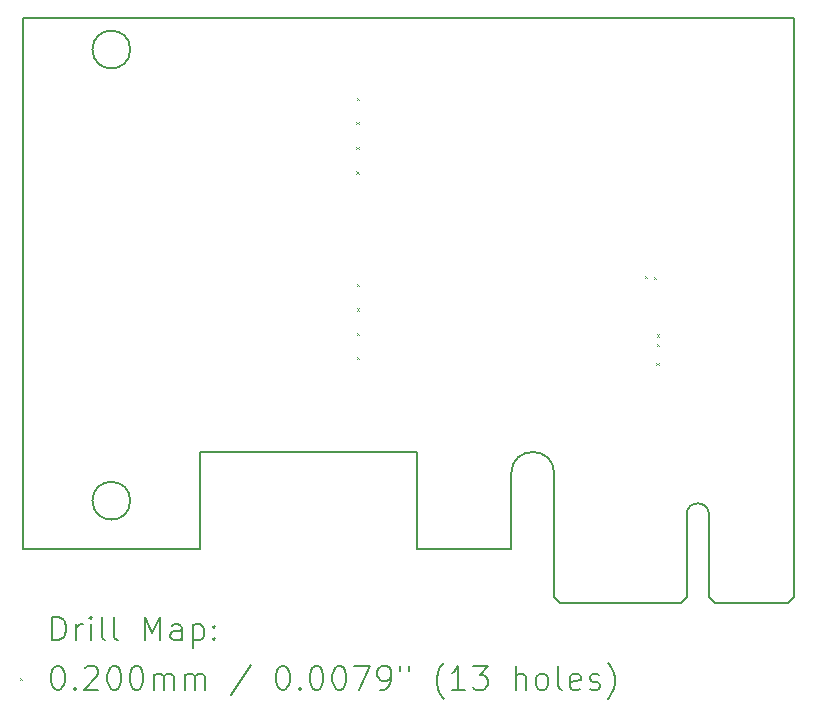
<source format=gbr>
%TF.GenerationSoftware,KiCad,Pcbnew,6.0.9+dfsg-1*%
%TF.CreationDate,2023-01-25T21:24:43+01:00*%
%TF.ProjectId,siproslic,73697072-6f73-46c6-9963-2e6b69636164,rev?*%
%TF.SameCoordinates,Original*%
%TF.FileFunction,Drillmap*%
%TF.FilePolarity,Positive*%
%FSLAX45Y45*%
G04 Gerber Fmt 4.5, Leading zero omitted, Abs format (unit mm)*
G04 Created by KiCad (PCBNEW 6.0.9+dfsg-1) date 2023-01-25 21:24:43*
%MOMM*%
%LPD*%
G01*
G04 APERTURE LIST*
%ADD10C,0.150000*%
%ADD11C,0.200000*%
%ADD12C,0.020000*%
G04 APERTURE END LIST*
D10*
X10997500Y-19412500D02*
X12017500Y-19412500D01*
X10947500Y-19362500D02*
X10997500Y-19412500D01*
X9782500Y-18137500D02*
X9782500Y-18962500D01*
X7357500Y-18550000D02*
G75*
G03*
X7357500Y-18550000I-160000J0D01*
G01*
X12977500Y-14462500D02*
X6447500Y-14462500D01*
X12257500Y-18667500D02*
X12257500Y-19362500D01*
X10947500Y-18320000D02*
X10947500Y-19362500D01*
X12257500Y-19362500D02*
X12307500Y-19412500D01*
X7947500Y-18962500D02*
X7947500Y-18137500D01*
X7357500Y-14730000D02*
G75*
G03*
X7357500Y-14730000I-160000J0D01*
G01*
X6447500Y-14462500D02*
X6447500Y-18962500D01*
X9782500Y-18962500D02*
X10582500Y-18962500D01*
X10947500Y-18320000D02*
G75*
G03*
X10582500Y-18320000I-182500J0D01*
G01*
X12257500Y-18667500D02*
G75*
G03*
X12067500Y-18667500I-95000J0D01*
G01*
X6447500Y-18962500D02*
X7947500Y-18962500D01*
X12927500Y-19412500D02*
X12307500Y-19412500D01*
X12017500Y-19412500D02*
X12067500Y-19362500D01*
X12977500Y-19362500D02*
X12927500Y-19412500D01*
X10582500Y-18962500D02*
X10582500Y-18320000D01*
X12977500Y-14462500D02*
X12977500Y-19362500D01*
X7947500Y-18137500D02*
X9782500Y-18137500D01*
X12067500Y-19362500D02*
X12067500Y-18667500D01*
D11*
D12*
X9272500Y-15342500D02*
X9292500Y-15362500D01*
X9292500Y-15342500D02*
X9272500Y-15362500D01*
X9272500Y-15552500D02*
X9292500Y-15572500D01*
X9292500Y-15552500D02*
X9272500Y-15572500D01*
X9272500Y-15762500D02*
X9292500Y-15782500D01*
X9292500Y-15762500D02*
X9272500Y-15782500D01*
X9273750Y-15137500D02*
X9293750Y-15157500D01*
X9293750Y-15137500D02*
X9273750Y-15157500D01*
X9273750Y-16716000D02*
X9293750Y-16736000D01*
X9293750Y-16716000D02*
X9273750Y-16736000D01*
X9273750Y-16921000D02*
X9293750Y-16941000D01*
X9293750Y-16921000D02*
X9273750Y-16941000D01*
X9273750Y-17126000D02*
X9293750Y-17146000D01*
X9293750Y-17126000D02*
X9273750Y-17146000D01*
X9273750Y-17331000D02*
X9293750Y-17351000D01*
X9293750Y-17331000D02*
X9273750Y-17351000D01*
X11712500Y-16647500D02*
X11732500Y-16667500D01*
X11732500Y-16647500D02*
X11712500Y-16667500D01*
X11792250Y-16652250D02*
X11812250Y-16672250D01*
X11812250Y-16652250D02*
X11792250Y-16672250D01*
X11812500Y-17382500D02*
X11832500Y-17402500D01*
X11832500Y-17382500D02*
X11812500Y-17402500D01*
X11817500Y-17142500D02*
X11837500Y-17162500D01*
X11837500Y-17142500D02*
X11817500Y-17162500D01*
X11817500Y-17222500D02*
X11837500Y-17242500D01*
X11837500Y-17222500D02*
X11817500Y-17242500D01*
D11*
X6697619Y-19730476D02*
X6697619Y-19530476D01*
X6745238Y-19530476D01*
X6773809Y-19540000D01*
X6792857Y-19559048D01*
X6802381Y-19578095D01*
X6811905Y-19616190D01*
X6811905Y-19644762D01*
X6802381Y-19682857D01*
X6792857Y-19701905D01*
X6773809Y-19720952D01*
X6745238Y-19730476D01*
X6697619Y-19730476D01*
X6897619Y-19730476D02*
X6897619Y-19597143D01*
X6897619Y-19635238D02*
X6907143Y-19616190D01*
X6916667Y-19606667D01*
X6935714Y-19597143D01*
X6954762Y-19597143D01*
X7021428Y-19730476D02*
X7021428Y-19597143D01*
X7021428Y-19530476D02*
X7011905Y-19540000D01*
X7021428Y-19549524D01*
X7030952Y-19540000D01*
X7021428Y-19530476D01*
X7021428Y-19549524D01*
X7145238Y-19730476D02*
X7126190Y-19720952D01*
X7116667Y-19701905D01*
X7116667Y-19530476D01*
X7250000Y-19730476D02*
X7230952Y-19720952D01*
X7221428Y-19701905D01*
X7221428Y-19530476D01*
X7478571Y-19730476D02*
X7478571Y-19530476D01*
X7545238Y-19673333D01*
X7611905Y-19530476D01*
X7611905Y-19730476D01*
X7792857Y-19730476D02*
X7792857Y-19625714D01*
X7783333Y-19606667D01*
X7764286Y-19597143D01*
X7726190Y-19597143D01*
X7707143Y-19606667D01*
X7792857Y-19720952D02*
X7773809Y-19730476D01*
X7726190Y-19730476D01*
X7707143Y-19720952D01*
X7697619Y-19701905D01*
X7697619Y-19682857D01*
X7707143Y-19663810D01*
X7726190Y-19654286D01*
X7773809Y-19654286D01*
X7792857Y-19644762D01*
X7888095Y-19597143D02*
X7888095Y-19797143D01*
X7888095Y-19606667D02*
X7907143Y-19597143D01*
X7945238Y-19597143D01*
X7964286Y-19606667D01*
X7973809Y-19616190D01*
X7983333Y-19635238D01*
X7983333Y-19692381D01*
X7973809Y-19711429D01*
X7964286Y-19720952D01*
X7945238Y-19730476D01*
X7907143Y-19730476D01*
X7888095Y-19720952D01*
X8069048Y-19711429D02*
X8078571Y-19720952D01*
X8069048Y-19730476D01*
X8059524Y-19720952D01*
X8069048Y-19711429D01*
X8069048Y-19730476D01*
X8069048Y-19606667D02*
X8078571Y-19616190D01*
X8069048Y-19625714D01*
X8059524Y-19616190D01*
X8069048Y-19606667D01*
X8069048Y-19625714D01*
D12*
X6420000Y-20050000D02*
X6440000Y-20070000D01*
X6440000Y-20050000D02*
X6420000Y-20070000D01*
D11*
X6735714Y-19950476D02*
X6754762Y-19950476D01*
X6773809Y-19960000D01*
X6783333Y-19969524D01*
X6792857Y-19988571D01*
X6802381Y-20026667D01*
X6802381Y-20074286D01*
X6792857Y-20112381D01*
X6783333Y-20131429D01*
X6773809Y-20140952D01*
X6754762Y-20150476D01*
X6735714Y-20150476D01*
X6716667Y-20140952D01*
X6707143Y-20131429D01*
X6697619Y-20112381D01*
X6688095Y-20074286D01*
X6688095Y-20026667D01*
X6697619Y-19988571D01*
X6707143Y-19969524D01*
X6716667Y-19960000D01*
X6735714Y-19950476D01*
X6888095Y-20131429D02*
X6897619Y-20140952D01*
X6888095Y-20150476D01*
X6878571Y-20140952D01*
X6888095Y-20131429D01*
X6888095Y-20150476D01*
X6973809Y-19969524D02*
X6983333Y-19960000D01*
X7002381Y-19950476D01*
X7050000Y-19950476D01*
X7069048Y-19960000D01*
X7078571Y-19969524D01*
X7088095Y-19988571D01*
X7088095Y-20007619D01*
X7078571Y-20036190D01*
X6964286Y-20150476D01*
X7088095Y-20150476D01*
X7211905Y-19950476D02*
X7230952Y-19950476D01*
X7250000Y-19960000D01*
X7259524Y-19969524D01*
X7269048Y-19988571D01*
X7278571Y-20026667D01*
X7278571Y-20074286D01*
X7269048Y-20112381D01*
X7259524Y-20131429D01*
X7250000Y-20140952D01*
X7230952Y-20150476D01*
X7211905Y-20150476D01*
X7192857Y-20140952D01*
X7183333Y-20131429D01*
X7173809Y-20112381D01*
X7164286Y-20074286D01*
X7164286Y-20026667D01*
X7173809Y-19988571D01*
X7183333Y-19969524D01*
X7192857Y-19960000D01*
X7211905Y-19950476D01*
X7402381Y-19950476D02*
X7421428Y-19950476D01*
X7440476Y-19960000D01*
X7450000Y-19969524D01*
X7459524Y-19988571D01*
X7469048Y-20026667D01*
X7469048Y-20074286D01*
X7459524Y-20112381D01*
X7450000Y-20131429D01*
X7440476Y-20140952D01*
X7421428Y-20150476D01*
X7402381Y-20150476D01*
X7383333Y-20140952D01*
X7373809Y-20131429D01*
X7364286Y-20112381D01*
X7354762Y-20074286D01*
X7354762Y-20026667D01*
X7364286Y-19988571D01*
X7373809Y-19969524D01*
X7383333Y-19960000D01*
X7402381Y-19950476D01*
X7554762Y-20150476D02*
X7554762Y-20017143D01*
X7554762Y-20036190D02*
X7564286Y-20026667D01*
X7583333Y-20017143D01*
X7611905Y-20017143D01*
X7630952Y-20026667D01*
X7640476Y-20045714D01*
X7640476Y-20150476D01*
X7640476Y-20045714D02*
X7650000Y-20026667D01*
X7669048Y-20017143D01*
X7697619Y-20017143D01*
X7716667Y-20026667D01*
X7726190Y-20045714D01*
X7726190Y-20150476D01*
X7821428Y-20150476D02*
X7821428Y-20017143D01*
X7821428Y-20036190D02*
X7830952Y-20026667D01*
X7850000Y-20017143D01*
X7878571Y-20017143D01*
X7897619Y-20026667D01*
X7907143Y-20045714D01*
X7907143Y-20150476D01*
X7907143Y-20045714D02*
X7916667Y-20026667D01*
X7935714Y-20017143D01*
X7964286Y-20017143D01*
X7983333Y-20026667D01*
X7992857Y-20045714D01*
X7992857Y-20150476D01*
X8383333Y-19940952D02*
X8211905Y-20198095D01*
X8640476Y-19950476D02*
X8659524Y-19950476D01*
X8678571Y-19960000D01*
X8688095Y-19969524D01*
X8697619Y-19988571D01*
X8707143Y-20026667D01*
X8707143Y-20074286D01*
X8697619Y-20112381D01*
X8688095Y-20131429D01*
X8678571Y-20140952D01*
X8659524Y-20150476D01*
X8640476Y-20150476D01*
X8621429Y-20140952D01*
X8611905Y-20131429D01*
X8602381Y-20112381D01*
X8592857Y-20074286D01*
X8592857Y-20026667D01*
X8602381Y-19988571D01*
X8611905Y-19969524D01*
X8621429Y-19960000D01*
X8640476Y-19950476D01*
X8792857Y-20131429D02*
X8802381Y-20140952D01*
X8792857Y-20150476D01*
X8783333Y-20140952D01*
X8792857Y-20131429D01*
X8792857Y-20150476D01*
X8926190Y-19950476D02*
X8945238Y-19950476D01*
X8964286Y-19960000D01*
X8973810Y-19969524D01*
X8983333Y-19988571D01*
X8992857Y-20026667D01*
X8992857Y-20074286D01*
X8983333Y-20112381D01*
X8973810Y-20131429D01*
X8964286Y-20140952D01*
X8945238Y-20150476D01*
X8926190Y-20150476D01*
X8907143Y-20140952D01*
X8897619Y-20131429D01*
X8888095Y-20112381D01*
X8878571Y-20074286D01*
X8878571Y-20026667D01*
X8888095Y-19988571D01*
X8897619Y-19969524D01*
X8907143Y-19960000D01*
X8926190Y-19950476D01*
X9116667Y-19950476D02*
X9135714Y-19950476D01*
X9154762Y-19960000D01*
X9164286Y-19969524D01*
X9173810Y-19988571D01*
X9183333Y-20026667D01*
X9183333Y-20074286D01*
X9173810Y-20112381D01*
X9164286Y-20131429D01*
X9154762Y-20140952D01*
X9135714Y-20150476D01*
X9116667Y-20150476D01*
X9097619Y-20140952D01*
X9088095Y-20131429D01*
X9078571Y-20112381D01*
X9069048Y-20074286D01*
X9069048Y-20026667D01*
X9078571Y-19988571D01*
X9088095Y-19969524D01*
X9097619Y-19960000D01*
X9116667Y-19950476D01*
X9250000Y-19950476D02*
X9383333Y-19950476D01*
X9297619Y-20150476D01*
X9469048Y-20150476D02*
X9507143Y-20150476D01*
X9526190Y-20140952D01*
X9535714Y-20131429D01*
X9554762Y-20102857D01*
X9564286Y-20064762D01*
X9564286Y-19988571D01*
X9554762Y-19969524D01*
X9545238Y-19960000D01*
X9526190Y-19950476D01*
X9488095Y-19950476D01*
X9469048Y-19960000D01*
X9459524Y-19969524D01*
X9450000Y-19988571D01*
X9450000Y-20036190D01*
X9459524Y-20055238D01*
X9469048Y-20064762D01*
X9488095Y-20074286D01*
X9526190Y-20074286D01*
X9545238Y-20064762D01*
X9554762Y-20055238D01*
X9564286Y-20036190D01*
X9640476Y-19950476D02*
X9640476Y-19988571D01*
X9716667Y-19950476D02*
X9716667Y-19988571D01*
X10011905Y-20226667D02*
X10002381Y-20217143D01*
X9983333Y-20188571D01*
X9973810Y-20169524D01*
X9964286Y-20140952D01*
X9954762Y-20093333D01*
X9954762Y-20055238D01*
X9964286Y-20007619D01*
X9973810Y-19979048D01*
X9983333Y-19960000D01*
X10002381Y-19931429D01*
X10011905Y-19921905D01*
X10192857Y-20150476D02*
X10078571Y-20150476D01*
X10135714Y-20150476D02*
X10135714Y-19950476D01*
X10116667Y-19979048D01*
X10097619Y-19998095D01*
X10078571Y-20007619D01*
X10259524Y-19950476D02*
X10383333Y-19950476D01*
X10316667Y-20026667D01*
X10345238Y-20026667D01*
X10364286Y-20036190D01*
X10373810Y-20045714D01*
X10383333Y-20064762D01*
X10383333Y-20112381D01*
X10373810Y-20131429D01*
X10364286Y-20140952D01*
X10345238Y-20150476D01*
X10288095Y-20150476D01*
X10269048Y-20140952D01*
X10259524Y-20131429D01*
X10621429Y-20150476D02*
X10621429Y-19950476D01*
X10707143Y-20150476D02*
X10707143Y-20045714D01*
X10697619Y-20026667D01*
X10678571Y-20017143D01*
X10650000Y-20017143D01*
X10630952Y-20026667D01*
X10621429Y-20036190D01*
X10830952Y-20150476D02*
X10811905Y-20140952D01*
X10802381Y-20131429D01*
X10792857Y-20112381D01*
X10792857Y-20055238D01*
X10802381Y-20036190D01*
X10811905Y-20026667D01*
X10830952Y-20017143D01*
X10859524Y-20017143D01*
X10878571Y-20026667D01*
X10888095Y-20036190D01*
X10897619Y-20055238D01*
X10897619Y-20112381D01*
X10888095Y-20131429D01*
X10878571Y-20140952D01*
X10859524Y-20150476D01*
X10830952Y-20150476D01*
X11011905Y-20150476D02*
X10992857Y-20140952D01*
X10983333Y-20121905D01*
X10983333Y-19950476D01*
X11164286Y-20140952D02*
X11145238Y-20150476D01*
X11107143Y-20150476D01*
X11088095Y-20140952D01*
X11078571Y-20121905D01*
X11078571Y-20045714D01*
X11088095Y-20026667D01*
X11107143Y-20017143D01*
X11145238Y-20017143D01*
X11164286Y-20026667D01*
X11173810Y-20045714D01*
X11173810Y-20064762D01*
X11078571Y-20083810D01*
X11250000Y-20140952D02*
X11269048Y-20150476D01*
X11307143Y-20150476D01*
X11326190Y-20140952D01*
X11335714Y-20121905D01*
X11335714Y-20112381D01*
X11326190Y-20093333D01*
X11307143Y-20083810D01*
X11278571Y-20083810D01*
X11259524Y-20074286D01*
X11250000Y-20055238D01*
X11250000Y-20045714D01*
X11259524Y-20026667D01*
X11278571Y-20017143D01*
X11307143Y-20017143D01*
X11326190Y-20026667D01*
X11402381Y-20226667D02*
X11411905Y-20217143D01*
X11430952Y-20188571D01*
X11440476Y-20169524D01*
X11450000Y-20140952D01*
X11459524Y-20093333D01*
X11459524Y-20055238D01*
X11450000Y-20007619D01*
X11440476Y-19979048D01*
X11430952Y-19960000D01*
X11411905Y-19931429D01*
X11402381Y-19921905D01*
M02*

</source>
